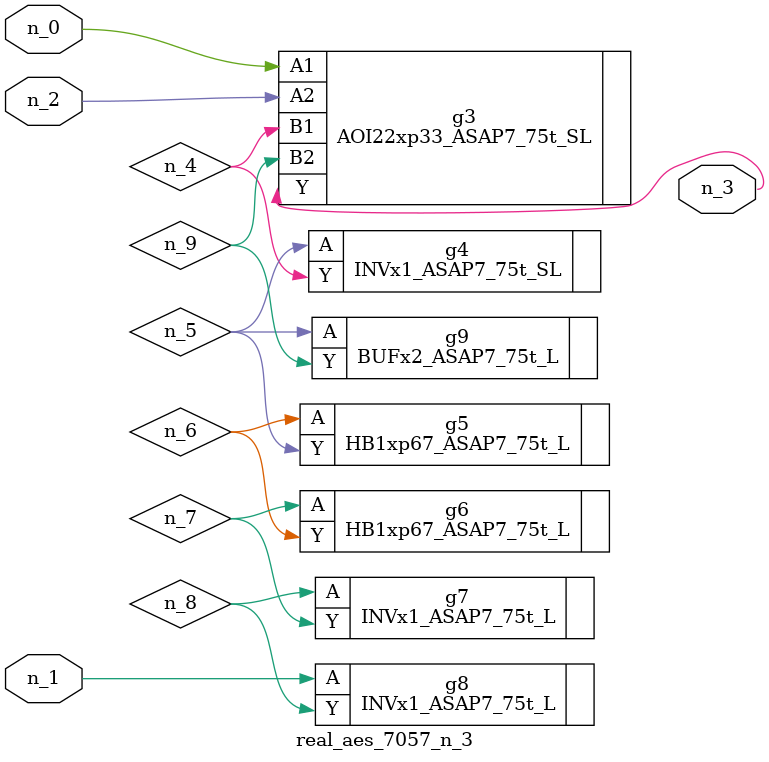
<source format=v>
module real_aes_7057_n_3 (n_0, n_2, n_1, n_3);
input n_0;
input n_2;
input n_1;
output n_3;
wire n_4;
wire n_5;
wire n_7;
wire n_9;
wire n_6;
wire n_8;
AOI22xp33_ASAP7_75t_SL g3 ( .A1(n_0), .A2(n_2), .B1(n_4), .B2(n_9), .Y(n_3) );
INVx1_ASAP7_75t_L g8 ( .A(n_1), .Y(n_8) );
INVx1_ASAP7_75t_SL g4 ( .A(n_5), .Y(n_4) );
BUFx2_ASAP7_75t_L g9 ( .A(n_5), .Y(n_9) );
HB1xp67_ASAP7_75t_L g5 ( .A(n_6), .Y(n_5) );
HB1xp67_ASAP7_75t_L g6 ( .A(n_7), .Y(n_6) );
INVx1_ASAP7_75t_L g7 ( .A(n_8), .Y(n_7) );
endmodule
</source>
